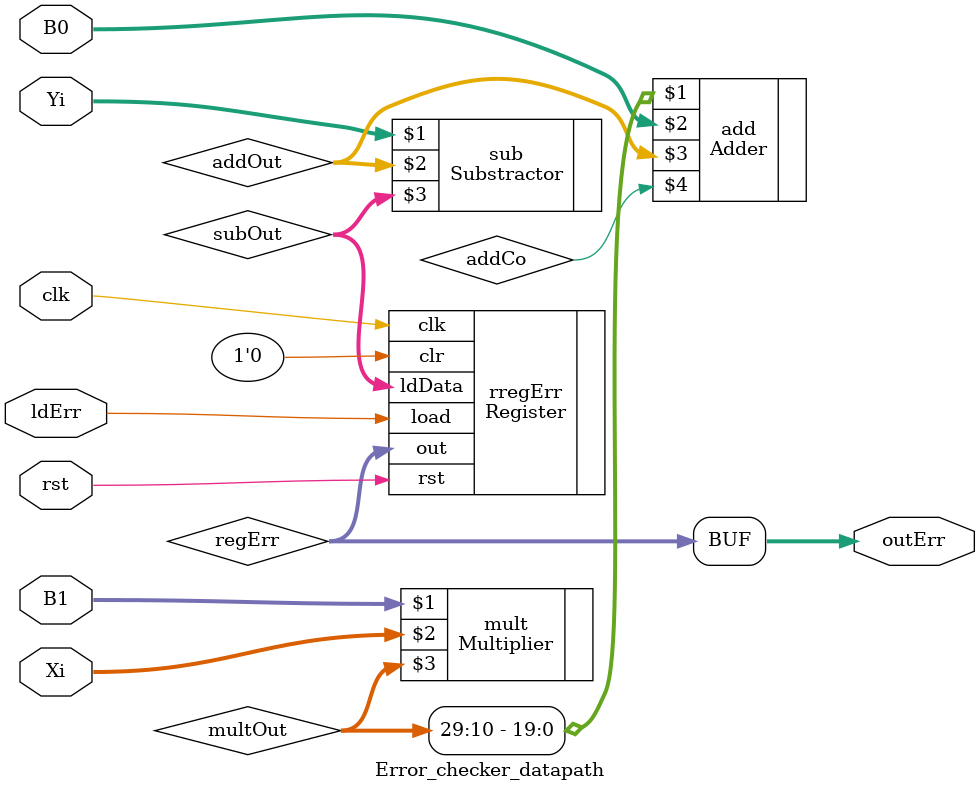
<source format=v>
`include "Register.v"
`include "Adder.v"
`include "Substractor.v"
`include "Multiplier.v"

module Error_checker_datapath(Xi, Yi, B0, B1, ldErr, clk, rst, outErr);
    input [19:0] Xi, Yi, B0, B1;
    input ldErr, clk, rst;
    output [19:0] outErr;

    wire addCo;
    wire [39:0] multOut;
    wire [19:0] addOut, subOut;
    wire [19:0] regErr;

    Multiplier #(20) mult(B1, Xi, multOut);
    Adder #(20) add(multOut[29:10], B0, addOut, addCo);
    Substractor #(20) sub(Yi, addOut, subOut);
    Register #(20) rregErr(.load(ldErr), .ldData(subOut), .out(regErr), .clr(1'b0), .clk(clk), .rst(rst));
    assign outErr = regErr;
endmodule

</source>
